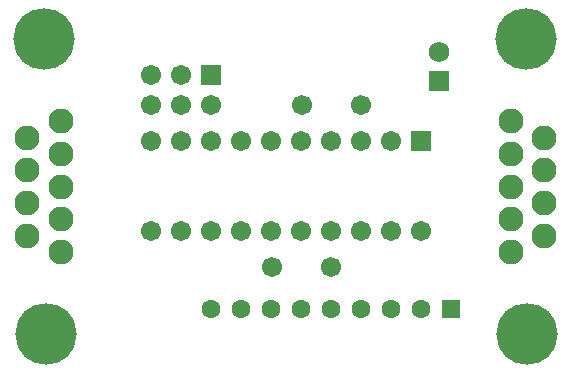
<source format=gbs>
G04 Layer_Color=8150272*
%FSLAX24Y24*%
%MOIN*%
G70*
G01*
G75*
%ADD27R,0.0671X0.0671*%
%ADD28C,0.0671*%
%ADD29R,0.0630X0.0630*%
%ADD30C,0.0630*%
%ADD31C,0.0828*%
%ADD32C,0.2049*%
%ADD33C,0.0670*%
%ADD34C,0.0671*%
%ADD35R,0.0671X0.0671*%
%ADD36C,0.0680*%
%ADD37R,0.0680X0.0680*%
D27*
X29000Y22700D02*
D03*
D28*
X28000D02*
D03*
X27000D02*
D03*
X26000D02*
D03*
X25000D02*
D03*
X24000D02*
D03*
X23000D02*
D03*
X22000D02*
D03*
X21000D02*
D03*
X20000D02*
D03*
X29000Y19700D02*
D03*
X28000D02*
D03*
X27000D02*
D03*
X26000D02*
D03*
X25000D02*
D03*
X24000D02*
D03*
X23000D02*
D03*
X22000D02*
D03*
X21000D02*
D03*
X20000D02*
D03*
D29*
X30000Y17100D02*
D03*
D30*
X29000D02*
D03*
X28000D02*
D03*
X27000D02*
D03*
X26000D02*
D03*
X25000D02*
D03*
X24000D02*
D03*
X23000D02*
D03*
X22000D02*
D03*
D31*
X33118Y22819D02*
D03*
Y21728D02*
D03*
Y20638D02*
D03*
X32000Y23362D02*
D03*
Y22272D02*
D03*
Y21181D02*
D03*
Y20091D02*
D03*
X33118Y19547D02*
D03*
X32000Y19000D02*
D03*
X15882Y19543D02*
D03*
Y20634D02*
D03*
Y21724D02*
D03*
X17000Y19000D02*
D03*
Y20091D02*
D03*
Y21181D02*
D03*
Y22272D02*
D03*
X15882Y22815D02*
D03*
X17000Y23362D02*
D03*
D32*
X32500Y26101D02*
D03*
X32551Y16261D02*
D03*
X16500Y16261D02*
D03*
X16449Y26101D02*
D03*
D33*
X24032Y18500D02*
D03*
X26000D02*
D03*
X25031Y23900D02*
D03*
X27000D02*
D03*
D34*
X20000Y23900D02*
D03*
Y24900D02*
D03*
X21000Y23900D02*
D03*
Y24900D02*
D03*
X22000Y23900D02*
D03*
D35*
Y24900D02*
D03*
D36*
X29600Y25684D02*
D03*
D37*
Y24700D02*
D03*
M02*

</source>
